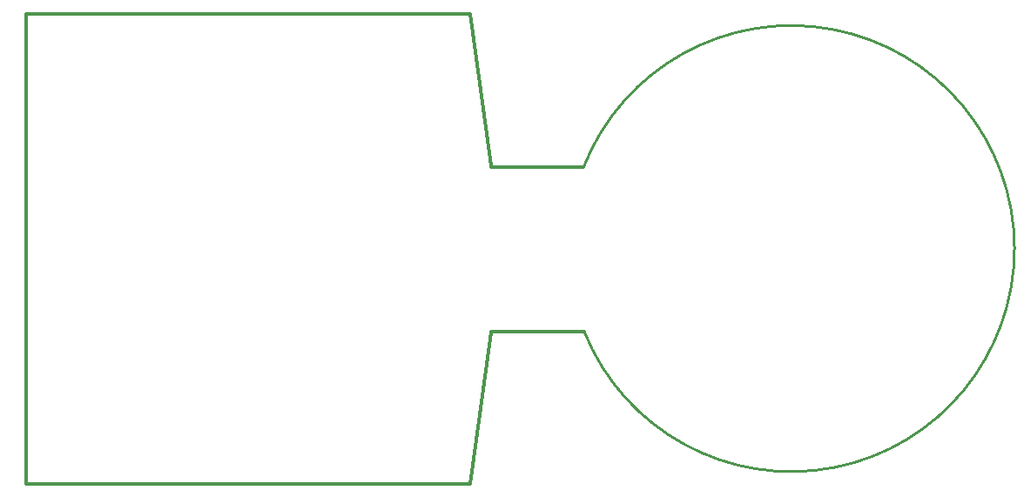
<source format=gko>
G04*
G04 #@! TF.GenerationSoftware,Altium Limited,Altium Designer,20.2.8 (258)*
G04*
G04 Layer_Color=16711935*
%FSLAX25Y25*%
%MOIN*%
G70*
G04*
G04 #@! TF.SameCoordinates,5E7CCD21-07A0-4AA7-BB04-5DF435F4F0B1*
G04*
G04*
G04 #@! TF.FilePolarity,Positive*
G04*
G01*
G75*
%ADD11C,0.01000*%
%ADD28C,0.01200*%
D11*
X213687Y58275D02*
G03*
X213516Y121293I79313J31725D01*
G01*
D28*
X170000Y180000D02*
X178000Y122000D01*
X170000Y0D02*
X178000Y58000D01*
Y58275D02*
X213687D01*
X178000Y121293D02*
X213516D01*
X0Y0D02*
X170000D01*
X0D02*
Y180000D01*
X170000D01*
M02*

</source>
